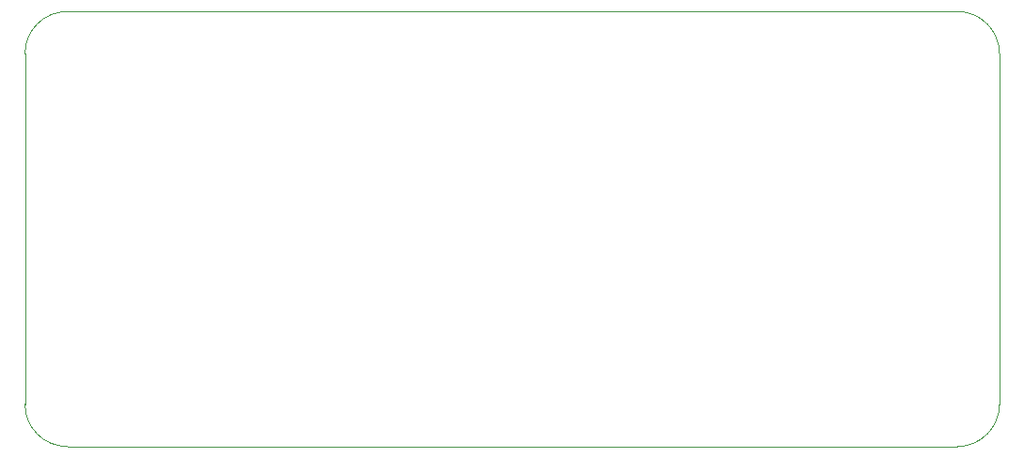
<source format=gm1>
%TF.GenerationSoftware,KiCad,Pcbnew,(6.0.1)*%
%TF.CreationDate,2022-03-14T09:24:09-06:00*%
%TF.ProjectId,PicoFlasher_Breakout_Board_V1,5069636f-466c-4617-9368-65725f427265,rev?*%
%TF.SameCoordinates,Original*%
%TF.FileFunction,Profile,NP*%
%FSLAX46Y46*%
G04 Gerber Fmt 4.6, Leading zero omitted, Abs format (unit mm)*
G04 Created by KiCad (PCBNEW (6.0.1)) date 2022-03-14 09:24:09*
%MOMM*%
%LPD*%
G01*
G04 APERTURE LIST*
%TA.AperFunction,Profile*%
%ADD10C,0.100000*%
%TD*%
G04 APERTURE END LIST*
D10*
X176000000Y-67310000D02*
G75*
G03*
X172190000Y-63500000I-3809999J1D01*
G01*
X92060000Y-63500000D02*
X172190000Y-63500000D01*
X88250000Y-98940000D02*
G75*
G03*
X92060000Y-102750000I3809999J-1D01*
G01*
X92060000Y-63500000D02*
G75*
G03*
X88250000Y-67310000I-1J-3809999D01*
G01*
X172190000Y-102750000D02*
G75*
G03*
X176000000Y-98940000I1J3809999D01*
G01*
X176000000Y-67310000D02*
X176000000Y-98940000D01*
X88250000Y-67310000D02*
X88250000Y-98940000D01*
X92060000Y-102750000D02*
X172190000Y-102750000D01*
M02*

</source>
